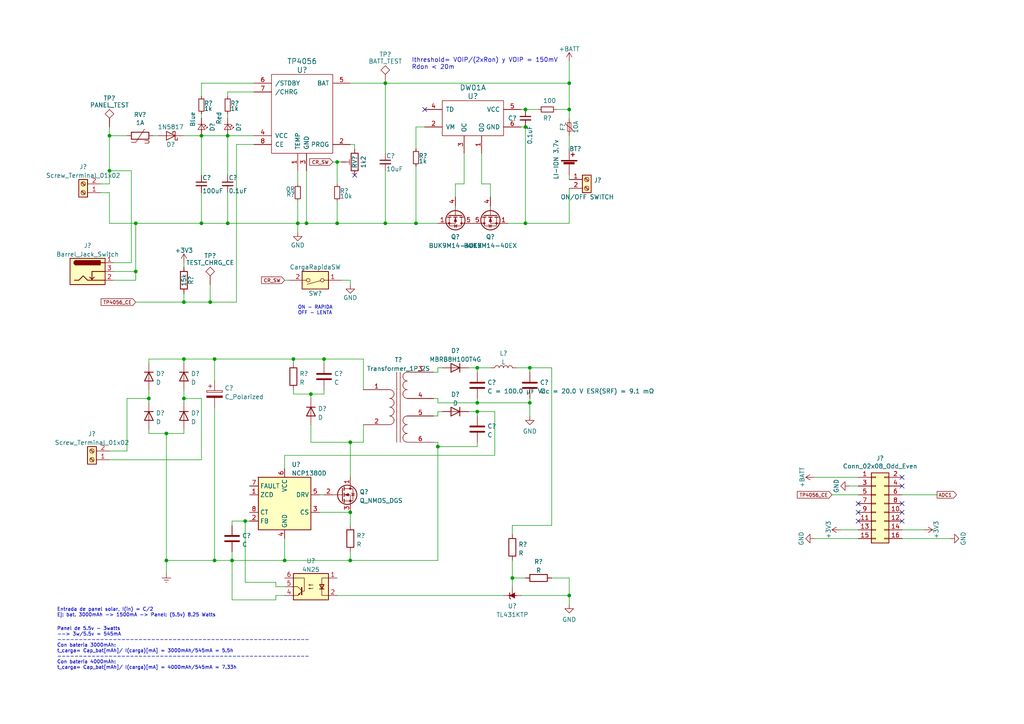
<source format=kicad_sch>
(kicad_sch (version 20211123) (generator eeschema)
  (paper "A4")
  (lib_symbols
    (symbol "Connector:Barrel_Jack_Switch" (pin_names hide)
      (property "Reference" "J" (at 0 5.334 0))
      (property "Value" "Barrel_Jack_Switch" (at 0 -5.08 0))
      (symbol "Barrel_Jack_Switch_1_1"
        (pin passive line (at 7.62 2.54 180) (length 2.54) (name "~") (number "1"))
        (pin passive line (at 7.62 -2.54 180) (length 2.54) (name "~") (number "2"))
        (pin passive line (at 7.62 0 180) (length 2.54) (name "~") (number "3"))
      )
    )
    (symbol "Connector:Screw_Terminal_01x02" (pin_names (offset 1.016) hide)
      (property "Reference" "J" (at 0 2.54 0))
      (property "Value" "Screw_Terminal_01x02" (at 0 -5.08 0))
      (symbol "Screw_Terminal_01x02_1_1"
        (pin passive line (at -5.08 0 0) (length 3.81) (name "Pin_1") (number "1"))
        (pin passive line (at -5.08 -2.54 0) (length 3.81) (name "Pin_2") (number "2"))
      )
    )
    (symbol "Connector_Generic:Conn_02x08_Odd_Even" (pin_names (offset 1.016) hide)
      (property "Reference" "J" (at 1.27 10.16 0))
      (property "Value" "Conn_02x08_Odd_Even" (at 1.27 -12.7 0))
      (symbol "Conn_02x08_Odd_Even_1_1"
        (pin passive line (at -5.08 7.62 0) (length 3.81) (name "Pin_1") (number "1"))
        (pin passive line (at 7.62 -2.54 180) (length 3.81) (name "Pin_10") (number "10"))
        (pin passive line (at -5.08 -5.08 0) (length 3.81) (name "Pin_11") (number "11"))
        (pin passive line (at 7.62 -5.08 180) (length 3.81) (name "Pin_12") (number "12"))
        (pin passive line (at -5.08 -7.62 0) (length 3.81) (name "Pin_13") (number "13"))
        (pin passive line (at 7.62 -7.62 180) (length 3.81) (name "Pin_14") (number "14"))
        (pin passive line (at -5.08 -10.16 0) (length 3.81) (name "Pin_15") (number "15"))
        (pin passive line (at 7.62 -10.16 180) (length 3.81) (name "Pin_16") (number "16"))
        (pin passive line (at 7.62 7.62 180) (length 3.81) (name "Pin_2") (number "2"))
        (pin passive line (at -5.08 5.08 0) (length 3.81) (name "Pin_3") (number "3"))
        (pin passive line (at 7.62 5.08 180) (length 3.81) (name "Pin_4") (number "4"))
        (pin passive line (at -5.08 2.54 0) (length 3.81) (name "Pin_5") (number "5"))
        (pin passive line (at 7.62 2.54 180) (length 3.81) (name "Pin_6") (number "6"))
        (pin passive line (at -5.08 0 0) (length 3.81) (name "Pin_7") (number "7"))
        (pin passive line (at 7.62 0 180) (length 3.81) (name "Pin_8") (number "8"))
        (pin passive line (at -5.08 -2.54 0) (length 3.81) (name "Pin_9") (number "9"))
      )
    )
    (symbol "Device:C" (pin_numbers hide) (pin_names (offset 0.254))
      (property "Reference" "C" (at 0.635 2.54 0))
      (property "Value" "C" (at 0.635 -2.54 0))
      (symbol "C_1_1"
        (pin passive line (at 0 3.81 270) (length 2.794) (name "~") (number "1"))
        (pin passive line (at 0 -3.81 90) (length 2.794) (name "~") (number "2"))
      )
    )
    (symbol "Device:C_Polarized" (pin_numbers hide) (pin_names (offset 0.254))
      (property "Reference" "C" (at 0.635 2.54 0))
      (property "Value" "C_Polarized" (at 0.635 -2.54 0))
      (symbol "C_Polarized_1_1"
        (pin passive line (at 0 3.81 270) (length 2.794) (name "~") (number "1"))
        (pin passive line (at 0 -3.81 90) (length 2.794) (name "~") (number "2"))
      )
    )
    (symbol "Device:D" (pin_numbers hide) (pin_names (offset 1.016) hide)
      (property "Reference" "D" (at 0 2.54 0))
      (property "Value" "D" (at 0 -2.54 0))
      (symbol "D_1_1"
        (pin passive line (at -3.81 0 0) (length 2.54) (name "K") (number "1"))
        (pin passive line (at 3.81 0 180) (length 2.54) (name "A") (number "2"))
      )
    )
    (symbol "Device:L" (pin_numbers hide) (pin_names (offset 1.016) hide)
      (property "Reference" "L" (at -1.27 0 90))
      (property "Value" "L" (at 1.905 0 90))
      (symbol "L_1_1"
        (pin passive line (at 0 3.81 270) (length 1.27) (name "1") (number "1"))
        (pin passive line (at 0 -3.81 90) (length 1.27) (name "2") (number "2"))
      )
    )
    (symbol "Device:Q_NMOS_DGS" (pin_names (offset 0) hide)
      (property "Reference" "Q" (at 5.08 1.27 0))
      (property "Value" "Q_NMOS_DGS" (at 5.08 -1.27 0))
      (symbol "Q_NMOS_DGS_1_1"
        (pin passive line (at 2.54 5.08 270) (length 2.54) (name "D") (number "1"))
        (pin input line (at -5.08 0 0) (length 2.54) (name "G") (number "2"))
        (pin passive line (at 2.54 -5.08 90) (length 2.54) (name "S") (number "3"))
      )
    )
    (symbol "Device:R" (pin_numbers hide) (pin_names (offset 0))
      (property "Reference" "R" (at 2.032 0 90))
      (property "Value" "R" (at 0 0 90))
      (symbol "R_1_1"
        (pin passive line (at 0 3.81 270) (length 1.27) (name "~") (number "1"))
        (pin passive line (at 0 -3.81 90) (length 1.27) (name "~") (number "2"))
      )
    )
    (symbol "Device:Transformer_1P_2S" (pin_names (offset 1.016) hide)
      (property "Reference" "T" (at 0 12.7 0))
      (property "Value" "Transformer_1P_2S" (at 0 -12.7 0))
      (symbol "Transformer_1P_2S_1_1"
        (pin passive line (at -10.16 5.08 0) (length 7.62) (name "AA") (number "1"))
        (pin passive line (at -10.16 -5.08 0) (length 7.62) (name "AB") (number "2"))
        (pin passive line (at 10.16 10.16 180) (length 7.62) (name "SA") (number "3"))
        (pin passive line (at 10.16 2.54 180) (length 7.62) (name "SB") (number "4"))
        (pin passive line (at 10.16 -2.54 180) (length 7.62) (name "SC") (number "5"))
        (pin passive line (at 10.16 -10.16 180) (length 7.62) (name "SD") (number "6"))
      )
    )
    (symbol "Device:Varistor" (pin_numbers hide) (pin_names (offset 0))
      (property "Reference" "RV" (at 3.175 0 90))
      (property "Value" "Varistor" (at -3.175 0 90))
      (symbol "Varistor_0_0"
        (text "U" (at -1.778 -2.032 0) (effects (font (size 1.27 1.27))))
      )
      (symbol "Varistor_1_1"
        (pin passive line (at 0 3.81 270) (length 1.27) (name "~") (number "1"))
        (pin passive line (at 0 -3.81 90) (length 1.27) (name "~") (number "2"))
      )
    )
    (symbol "Isolator:4N25" (pin_names (offset 1.016))
      (property "Reference" "U" (at -5.08 5.08 0))
      (property "Value" "4N25" (at 0 5.08 0))
      (symbol "4N25_1_1"
        (pin passive line (at -7.62 2.54 0) (length 2.54) (name "~") (number "1"))
        (pin passive line (at -7.62 -2.54 0) (length 2.54) (name "~") (number "2"))
        (pin no_connect line (at -5.08 0 0) (length 2.54) hide (name "NC") (number "3"))
        (pin passive line (at 7.62 -2.54 180) (length 2.54) (name "~") (number "4"))
        (pin passive line (at 7.62 0 180) (length 2.54) (name "~") (number "5"))
        (pin passive line (at 7.62 2.54 180) (length 2.54) (name "~") (number "6"))
      )
    )
    (symbol "MainBoard-Expansion3-PSupply-rescue:+3.3V-power" (power) (pin_names (offset 0))
      (property "Value" "+3.3V-power" (at 0 3.556 0))
      (symbol "+3.3V-power_1_1"
        (pin power_in line (at 0 0 90) (length 0) hide (name "+3V3") (number "1"))
      )
    )
    (symbol "MainBoard-Expansion3-PSupply-rescue:Battery_Cell-MainBoard-Expansion3-PSupply-rescue" (pin_numbers hide) (pin_names (offset 0) hide)
      (property "Reference" "BT" (at 2.54 2.54 0))
      (property "Value" "Battery_Cell-MainBoard-Expansion3-PSupply-rescue" (at 2.54 0 0))
      (symbol "Battery_Cell-MainBoard-Expansion3-PSupply-rescue_1_1"
        (pin passive line (at 0 5.08 270) (length 2.54) (name "+") (number "1"))
        (pin passive line (at 0 -2.54 90) (length 2.54) (name "-") (number "2"))
      )
    )
    (symbol "MainBoard-Expansion3-PSupply-rescue:C_Small-MainBoard-Expansion3-PSupply-rescue" (pin_numbers hide) (pin_names (offset 0.254) hide)
      (property "Reference" "C" (at 0.254 1.778 0))
      (property "Value" "C_Small-MainBoard-Expansion3-PSupply-rescue" (at 0.254 -2.032 0))
      (symbol "C_Small-MainBoard-Expansion3-PSupply-rescue_1_1"
        (pin passive line (at 0 2.54 270) (length 2.032) (name "~") (number "1"))
        (pin passive line (at 0 -2.54 90) (length 2.032) (name "~") (number "2"))
      )
    )
    (symbol "MainBoard-Expansion3-PSupply-rescue:DW01A-dw01a" (pin_names (offset 1.016))
      (property "Reference" "U" (at 0 6.35 0))
      (property "Value" "DW01A-dw01a" (at 0 8.89 0))
      (symbol "DW01A-dw01a_1_1"
        (pin input line (at 2.54 -10.16 90) (length 5.08) (name "OD") (number "1"))
        (pin input line (at -13.97 -2.54 0) (length 5.08) (name "VM") (number "2"))
        (pin input line (at -2.54 -10.16 90) (length 5.08) (name "OC") (number "3"))
        (pin input line (at -13.97 2.54 0) (length 5.08) (name "TD") (number "4"))
        (pin input line (at 13.97 2.54 180) (length 5.08) (name "VCC") (number "5"))
        (pin input line (at 13.97 -2.54 180) (length 5.08) (name "GND") (number "6"))
      )
    )
    (symbol "MainBoard-Expansion3-PSupply-rescue:D_Schottky-MainBoard-Expansion3-PSupply-rescue" (pin_numbers hide) (pin_names (offset 1.016) hide)
      (property "Reference" "D" (at 0 2.54 0))
      (property "Value" "D_Schottky-MainBoard-Expansion3-PSupply-rescue" (at 0 -2.54 0))
      (symbol "D_Schottky-MainBoard-Expansion3-PSupply-rescue_1_1"
        (pin passive line (at -3.81 0 0) (length 2.54) (name "K") (number "1"))
        (pin passive line (at 3.81 0 180) (length 2.54) (name "A") (number "2"))
      )
    )
    (symbol "MainBoard-Expansion3-PSupply-rescue:LED_Small-MainBoard-Expansion3-PSupply-rescue" (pin_numbers hide) (pin_names (offset 0.254) hide)
      (property "Reference" "D" (at -1.27 3.175 0))
      (property "Value" "LED_Small-MainBoard-Expansion3-PSupply-rescue" (at -4.445 -2.54 0))
      (symbol "LED_Small-MainBoard-Expansion3-PSupply-rescue_1_1"
        (pin passive line (at -2.54 0 0) (length 1.778) (name "K") (number "1"))
        (pin passive line (at 2.54 0 180) (length 1.778) (name "A") (number "2"))
      )
    )
    (symbol "MainBoard-Expansion3-PSupply-rescue:POT_TRIM-MainBoard-Expansion3-PSupply-rescue" (pin_numbers hide) (pin_names (offset 1.016) hide)
      (property "Reference" "RV" (at -4.445 0 90))
      (property "Value" "POT_TRIM-MainBoard-Expansion3-PSupply-rescue" (at -2.54 0 90))
      (symbol "POT_TRIM-MainBoard-Expansion3-PSupply-rescue_1_1"
        (pin passive line (at 0 3.81 270) (length 1.27) (name "1") (number "1"))
        (pin passive line (at 3.81 0 180) (length 1.27) (name "2") (number "2"))
        (pin passive line (at 0 -3.81 90) (length 1.27) (name "3") (number "3"))
      )
    )
    (symbol "MainBoard-Expansion3-PSupply-rescue:Polyfuse_Small-MainBoard-Expansion3-PSupply-rescue" (pin_numbers hide) (pin_names (offset 0))
      (property "Reference" "F" (at -1.905 0 90))
      (property "Value" "Polyfuse_Small-MainBoard-Expansion3-PSupply-rescue" (at 1.905 0 90))
      (symbol "Polyfuse_Small-MainBoard-Expansion3-PSupply-rescue_1_1"
        (pin passive line (at 0 2.54 270) (length 0.635) (name "~") (number "1"))
        (pin passive line (at 0 -2.54 90) (length 0.635) (name "~") (number "2"))
      )
    )
    (symbol "MainBoard-Expansion3-PSupply-rescue:R-MainBoard-Expansion3-PSupply-rescue" (pin_numbers hide) (pin_names (offset 0))
      (property "Reference" "R" (at 2.032 0 90))
      (property "Value" "R-MainBoard-Expansion3-PSupply-rescue" (at 0 0 90))
      (symbol "R-MainBoard-Expansion3-PSupply-rescue_1_1"
        (pin passive line (at 0 3.81 270) (length 1.27) (name "~") (number "1"))
        (pin passive line (at 0 -3.81 90) (length 1.27) (name "~") (number "2"))
      )
    )
    (symbol "MainBoard-Expansion3-PSupply-rescue:R_Small-MainBoard-Expansion3-PSupply-rescue" (pin_numbers hide) (pin_names (offset 0.254) hide)
      (property "Reference" "R" (at 0.762 0.508 0))
      (property "Value" "R_Small-MainBoard-Expansion3-PSupply-rescue" (at 0.762 -1.016 0))
      (symbol "R_Small-MainBoard-Expansion3-PSupply-rescue_1_1"
        (pin passive line (at 0 2.54 270) (length 0.762) (name "~") (number "1"))
        (pin passive line (at 0 -2.54 90) (length 0.762) (name "~") (number "2"))
      )
    )
    (symbol "MainBoard-Expansion3-PSupply-rescue:SW_DIP_x01-MainBoard-Expansion3-PSupply-rescue" (pin_names (offset 0) hide)
      (property "Reference" "SW" (at 0 3.81 0))
      (property "Value" "SW_DIP_x01-MainBoard-Expansion3-PSupply-rescue" (at 0 -3.81 0))
      (symbol "SW_DIP_x01-MainBoard-Expansion3-PSupply-rescue_1_1"
        (pin passive line (at -7.62 0 0) (length 5.08) (name "~") (number "1"))
        (pin passive line (at 7.62 0 180) (length 5.08) (name "~") (number "2"))
      )
    )
    (symbol "MainBoard-Expansion3-PSupply-rescue:TEST-MainBoard-Expansion3-PSupply-rescue" (pin_numbers hide) (pin_names (offset 1.016) hide)
      (property "Reference" "TP" (at 0 7.62 0))
      (property "Value" "TEST-MainBoard-Expansion3-PSupply-rescue" (at 0 6.35 0))
      (symbol "TEST-MainBoard-Expansion3-PSupply-rescue_1_1"
        (pin passive line (at 0 0 90) (length 2.54) (name "~") (number "1"))
      )
    )
    (symbol "MainBoard-Expansion3-PSupply-rescue:TP4056-tp4056" (pin_names (offset 1.016))
      (property "Reference" "U" (at 0 17.78 0))
      (property "Value" "TP4056-tp4056" (at 0 20.32 0))
      (symbol "TP4056-tp4056_1_1"
        (pin input line (at -1.27 -11.43 90) (length 5.08) (name "TEMP") (number "1"))
        (pin input line (at 13.97 -3.81 180) (length 5.08) (name "PROG") (number "2"))
        (pin input line (at 1.27 -11.43 90) (length 5.08) (name "GND") (number "3"))
        (pin input line (at -13.97 -1.27 0) (length 5.08) (name "VCC") (number "4"))
        (pin input line (at 13.97 13.97 180) (length 5.08) (name "BAT") (number "5"))
        (pin input line (at -13.97 13.97 0) (length 5.08) (name "/STDBY") (number "6"))
        (pin input line (at -13.97 11.43 0) (length 5.08) (name "/CHRG") (number "7"))
        (pin input line (at -13.97 -3.81 0) (length 5.08) (name "CE") (number "8"))
      )
    )
    (symbol "Reference_Voltage:TL431KTP" (pin_numbers hide) (pin_names hide)
      (property "Reference" "U" (at -2.54 2.54 0))
      (property "Value" "TL431KTP" (at 0 -2.54 0))
      (symbol "TL431KTP_1_1"
        (pin passive line (at 0 2.54 270) (length 2.54) (name "REF") (number "1"))
        (pin passive line (at -2.54 0 0) (length 2.54) (name "A") (number "2"))
        (pin passive line (at 2.54 0 180) (length 2.54) (name "K") (number "3"))
      )
    )
    (symbol "Regulator_Controller:NCP1380D"
      (property "Reference" "U" (at -7.62 8.89 0))
      (property "Value" "NCP1380D" (at 1.27 8.89 0))
      (symbol "NCP1380D_1_1"
        (pin input line (at -10.16 2.54 0) (length 2.54) (name "ZCD") (number "1"))
        (pin input line (at -10.16 -5.08 0) (length 2.54) (name "FB") (number "2"))
        (pin input line (at 10.16 -2.54 180) (length 2.54) (name "CS") (number "3"))
        (pin power_in line (at 0 -10.16 90) (length 2.54) (name "GND") (number "4"))
        (pin output line (at 10.16 2.54 180) (length 2.54) (name "DRV") (number "5"))
        (pin power_in line (at 0 10.16 270) (length 2.54) (name "VCC") (number "6"))
        (pin input line (at -10.16 5.08 0) (length 2.54) (name "FAULT") (number "7"))
        (pin passive line (at -10.16 -2.54 0) (length 2.54) (name "CT") (number "8"))
      )
    )
    (symbol "Transistor_FET:BUK9M14-40EX" (pin_names hide)
      (property "Reference" "Q" (at 5.08 1.905 0))
      (property "Value" "BUK9M14-40EX" (at 5.08 0 0))
      (symbol "BUK9M14-40EX_1_1"
        (pin passive line (at 2.54 -5.08 90) (length 2.54) (name "S") (number "1"))
        (pin passive line (at 2.54 -5.08 90) (length 2.54) hide (name "S") (number "2"))
        (pin passive line (at 2.54 -5.08 90) (length 2.54) hide (name "S") (number "3"))
        (pin passive line (at -5.08 0 0) (length 2.54) (name "G") (number "4"))
        (pin passive line (at 2.54 5.08 270) (length 2.54) (name "D") (number "5"))
      )
    )
    (symbol "power:+BATT" (power) (pin_names (offset 0))
      (property "Value" "+BATT" (at 0 3.556 0))
      (symbol "+BATT_1_1"
        (pin power_in line (at 0 0 90) (length 0) hide (name "+BATT") (number "1"))
      )
    )
    (symbol "power:Earth" (power) (pin_names (offset 0))
      (symbol "Earth_1_1"
        (pin power_in line (at 0 0 270) (length 0) hide (name "Earth") (number "1"))
      )
    )
    (symbol "power:GND" (power) (pin_names (offset 0))
      (property "Value" "GND" (at 0 -3.81 0))
      (symbol "GND_1_1"
        (pin power_in line (at 0 0 270) (length 0) hide (name "GND") (number "1"))
      )
    )
  )
  (junction (at 152.4 36.83))
  (junction (at 82.55 162.56))
  (junction (at 101.6 148.59))
  (junction (at 120.65 64.77))
  (junction (at 58.42 39.37))
  (junction (at 101.6 128.27))
  (junction (at 138.43 116.84))
  (junction (at 138.43 119.38))
  (junction (at 62.23 104.14))
  (junction (at 97.79 46.99))
  (junction (at 165.1 31.75))
  (junction (at 127 129.54))
  (junction (at 62.23 162.56))
  (junction (at 152.4 31.75))
  (junction (at 152.4 64.77))
  (junction (at 97.79 64.77))
  (junction (at 31.75 49.53))
  (junction (at 71.12 151.13))
  (junction (at 165.1 24.13))
  (junction (at 53.34 87.63))
  (junction (at 53.34 104.14))
  (junction (at 86.36 64.77))
  (junction (at 138.43 106.68))
  (junction (at 60.96 87.63))
  (junction (at 43.18 115.57))
  (junction (at 66.04 39.37))
  (junction (at 39.37 78.74))
  (junction (at 88.9 64.77))
  (junction (at 48.26 162.56))
  (junction (at 165.1 172.72))
  (junction (at 85.09 104.14))
  (junction (at 53.34 115.57))
  (junction (at 148.59 167.64))
  (junction (at 90.17 114.3))
  (junction (at 153.67 106.68))
  (junction (at 58.42 64.77))
  (junction (at 111.76 24.13))
  (junction (at 66.04 64.77))
  (junction (at 111.76 64.77))
  (junction (at 39.37 64.77))
  (junction (at 48.26 125.73))
  (junction (at 93.98 104.14))
  (junction (at 153.67 116.84))
  (junction (at 101.6 162.56))
  (junction (at 67.31 162.56))
  (junction (at 31.75 39.37))
  (no_connect (at 102.87 50.8))
  (no_connect (at 248.92 148.59))
  (no_connect (at 248.92 151.13))
  (no_connect (at 261.62 138.43))
  (no_connect (at 261.62 140.97))
  (no_connect (at 261.62 151.13))
  (no_connect (at 248.92 146.05))
  (no_connect (at 261.62 146.05))
  (no_connect (at 261.62 148.59))
  (no_connect (at 123.19 31.75))
  (wire (pts (xy 120.65 36.83) (xy 120.65 43.18)))
  (wire (pts (xy 82.55 162.56) (xy 101.6 162.56)))
  (wire (pts (xy 125.73 120.65) (xy 127 120.65)))
  (wire (pts (xy 67.31 151.13) (xy 67.31 152.4)))
  (wire (pts (xy 127 128.27) (xy 125.73 128.27)))
  (wire (pts (xy 147.32 64.77) (xy 152.4 64.77)))
  (wire (pts (xy 97.79 172.72) (xy 146.05 172.72)))
  (wire (pts (xy 86.36 58.42) (xy 86.36 64.77)))
  (wire (pts (xy 248.92 138.43) (xy 236.22 138.43)))
  (wire (pts (xy 111.76 44.45) (xy 111.76 24.13)))
  (wire (pts (xy 127 107.95) (xy 127 106.68)))
  (wire (pts (xy 165.1 39.37) (xy 165.1 43.18)))
  (wire (pts (xy 153.67 116.84) (xy 153.67 120.65)))
  (wire (pts (xy 151.13 172.72) (xy 165.1 172.72)))
  (wire (pts (xy 53.34 76.2) (xy 53.34 77.47)))
  (wire (pts (xy 58.42 24.13) (xy 58.42 27.94)))
  (wire (pts (xy 86.36 49.53) (xy 86.36 53.34)))
  (wire (pts (xy 62.23 162.56) (xy 67.31 162.56)))
  (wire (pts (xy 68.58 41.91) (xy 73.66 41.91)))
  (wire (pts (xy 86.36 64.77) (xy 88.9 64.77)))
  (wire (pts (xy 38.1 49.53) (xy 38.1 76.2)))
  (wire (pts (xy 151.13 31.75) (xy 152.4 31.75)))
  (wire (pts (xy 111.76 49.53) (xy 111.76 64.77)))
  (wire (pts (xy 127 128.27) (xy 127 129.54)))
  (wire (pts (xy 71.12 168.91) (xy 80.01 168.91)))
  (wire (pts (xy 85.09 113.03) (xy 85.09 114.3)))
  (wire (pts (xy 82.55 135.89) (xy 82.55 132.08)))
  (wire (pts (xy 127 119.38) (xy 128.27 119.38)))
  (wire (pts (xy 68.58 87.63) (xy 68.58 41.91)))
  (wire (pts (xy 48.26 162.56) (xy 48.26 166.37)))
  (wire (pts (xy 127 129.54) (xy 138.43 129.54)))
  (wire (pts (xy 165.1 50.8) (xy 165.1 52.07)))
  (wire (pts (xy 43.18 115.57) (xy 43.18 116.84)))
  (wire (pts (xy 101.6 24.13) (xy 111.76 24.13)))
  (wire (pts (xy 127 116.84) (xy 138.43 116.84)))
  (wire (pts (xy 58.42 64.77) (xy 66.04 64.77)))
  (wire (pts (xy 148.59 167.64) (xy 152.4 167.64)))
  (wire (pts (xy 138.43 129.54) (xy 138.43 128.27)))
  (wire (pts (xy 60.96 87.63) (xy 68.58 87.63)))
  (wire (pts (xy 101.6 128.27) (xy 90.17 128.27)))
  (wire (pts (xy 48.26 125.73) (xy 48.26 162.56)))
  (wire (pts (xy 93.98 104.14) (xy 105.41 104.14)))
  (wire (pts (xy 67.31 173.99) (xy 80.01 173.99)))
  (wire (pts (xy 66.04 39.37) (xy 73.66 39.37)))
  (wire (pts (xy 152.4 36.83) (xy 152.4 64.77)))
  (wire (pts (xy 53.34 39.37) (xy 58.42 39.37)))
  (wire (pts (xy 97.79 46.99) (xy 97.79 53.34)))
  (wire (pts (xy 53.34 125.73) (xy 53.34 124.46)))
  (wire (pts (xy 120.65 64.77) (xy 120.65 48.26)))
  (wire (pts (xy 62.23 104.14) (xy 53.34 104.14)))
  (wire (pts (xy 82.55 172.72) (xy 80.01 172.72)))
  (wire (pts (xy 120.65 64.77) (xy 127 64.77)))
  (wire (pts (xy 39.37 87.63) (xy 53.34 87.63)))
  (wire (pts (xy 165.1 31.75) (xy 165.1 34.29)))
  (wire (pts (xy 139.7 44.45) (xy 139.7 53.34)))
  (wire (pts (xy 101.6 148.59) (xy 101.6 152.4)))
  (wire (pts (xy 248.92 140.97) (xy 246.38 140.97)))
  (wire (pts (xy 134.62 44.45) (xy 134.62 53.34)))
  (wire (pts (xy 85.09 104.14) (xy 85.09 105.41)))
  (wire (pts (xy 148.59 167.64) (xy 148.59 170.18)))
  (wire (pts (xy 90.17 128.27) (xy 90.17 123.19)))
  (wire (pts (xy 39.37 64.77) (xy 39.37 78.74)))
  (wire (pts (xy 165.1 17.78) (xy 165.1 24.13)))
  (wire (pts (xy 53.34 87.63) (xy 60.96 87.63)))
  (wire (pts (xy 243.84 153.67) (xy 248.92 153.67)))
  (wire (pts (xy 80.01 168.91) (xy 80.01 170.18)))
  (wire (pts (xy 148.59 152.4) (xy 148.59 154.94)))
  (wire (pts (xy 66.04 64.77) (xy 66.04 55.88)))
  (wire (pts (xy 71.12 151.13) (xy 71.12 168.91)))
  (wire (pts (xy 88.9 49.53) (xy 88.9 64.77)))
  (wire (pts (xy 86.36 64.77) (xy 86.36 67.31)))
  (wire (pts (xy 31.75 53.34) (xy 29.21 53.34)))
  (wire (pts (xy 123.19 36.83) (xy 120.65 36.83)))
  (wire (pts (xy 101.6 128.27) (xy 105.41 128.27)))
  (wire (pts (xy 53.34 113.03) (xy 53.34 115.57)))
  (wire (pts (xy 165.1 54.61) (xy 165.1 64.77)))
  (wire (pts (xy 73.66 26.67) (xy 66.04 26.67)))
  (wire (pts (xy 143.51 119.38) (xy 138.43 119.38)))
  (wire (pts (xy 53.34 85.09) (xy 53.34 87.63)))
  (wire (pts (xy 92.71 148.59) (xy 101.6 148.59)))
  (wire (pts (xy 152.4 31.75) (xy 156.21 31.75)))
  (wire (pts (xy 62.23 104.14) (xy 85.09 104.14)))
  (wire (pts (xy 38.1 49.53) (xy 31.75 49.53)))
  (wire (pts (xy 66.04 64.77) (xy 86.36 64.77)))
  (wire (pts (xy 31.75 49.53) (xy 31.75 53.34)))
  (wire (pts (xy 275.59 156.21) (xy 261.62 156.21)))
  (wire (pts (xy 153.67 106.68) (xy 160.02 106.68)))
  (wire (pts (xy 125.73 115.57) (xy 127 115.57)))
  (wire (pts (xy 92.71 143.51) (xy 93.98 143.51)))
  (wire (pts (xy 153.67 106.68) (xy 153.67 107.95)))
  (wire (pts (xy 139.7 53.34) (xy 142.24 53.34)))
  (wire (pts (xy 125.73 107.95) (xy 127 107.95)))
  (wire (pts (xy 148.59 162.56) (xy 148.59 167.64)))
  (wire (pts (xy 48.26 125.73) (xy 53.34 125.73)))
  (wire (pts (xy 83.82 81.28) (xy 82.55 81.28)))
  (wire (pts (xy 48.26 162.56) (xy 62.23 162.56)))
  (wire (pts (xy 153.67 115.57) (xy 153.67 116.84)))
  (wire (pts (xy 143.51 132.08) (xy 143.51 119.38)))
  (wire (pts (xy 43.18 104.14) (xy 53.34 104.14)))
  (wire (pts (xy 31.75 55.88) (xy 31.75 64.77)))
  (wire (pts (xy 29.21 55.88) (xy 31.75 55.88)))
  (wire (pts (xy 31.75 130.81) (xy 36.83 130.81)))
  (wire (pts (xy 45.72 39.37) (xy 44.45 39.37)))
  (wire (pts (xy 160.02 106.68) (xy 160.02 152.4)))
  (wire (pts (xy 248.92 143.51) (xy 241.3 143.51)))
  (wire (pts (xy 88.9 64.77) (xy 97.79 64.77)))
  (wire (pts (xy 97.79 64.77) (xy 111.76 64.77)))
  (wire (pts (xy 43.18 105.41) (xy 43.18 104.14)))
  (wire (pts (xy 165.1 172.72) (xy 165.1 175.26)))
  (wire (pts (xy 96.52 46.99) (xy 97.79 46.99)))
  (wire (pts (xy 62.23 118.11) (xy 62.23 162.56)))
  (wire (pts (xy 102.87 41.91) (xy 101.6 41.91)))
  (wire (pts (xy 58.42 39.37) (xy 66.04 39.37)))
  (wire (pts (xy 43.18 113.03) (xy 43.18 115.57)))
  (wire (pts (xy 149.86 106.68) (xy 153.67 106.68)))
  (wire (pts (xy 138.43 106.68) (xy 142.24 106.68)))
  (wire (pts (xy 127 120.65) (xy 127 119.38)))
  (wire (pts (xy 99.06 81.28) (xy 101.6 81.28)))
  (wire (pts (xy 111.76 24.13) (xy 165.1 24.13)))
  (wire (pts (xy 33.02 81.28) (xy 39.37 81.28)))
  (wire (pts (xy 53.34 115.57) (xy 53.34 116.84)))
  (wire (pts (xy 165.1 172.72) (xy 165.1 167.64)))
  (wire (pts (xy 152.4 36.83) (xy 151.13 36.83)))
  (wire (pts (xy 135.89 106.68) (xy 138.43 106.68)))
  (wire (pts (xy 138.43 119.38) (xy 135.89 119.38)))
  (wire (pts (xy 67.31 162.56) (xy 82.55 162.56)))
  (wire (pts (xy 67.31 160.02) (xy 67.31 162.56)))
  (wire (pts (xy 66.04 39.37) (xy 66.04 50.8)))
  (wire (pts (xy 31.75 133.35) (xy 58.42 133.35)))
  (wire (pts (xy 127 115.57) (xy 127 116.84)))
  (wire (pts (xy 31.75 39.37) (xy 36.83 39.37)))
  (wire (pts (xy 43.18 125.73) (xy 48.26 125.73)))
  (wire (pts (xy 53.34 104.14) (xy 53.34 105.41)))
  (wire (pts (xy 71.12 151.13) (xy 67.31 151.13)))
  (wire (pts (xy 82.55 156.21) (xy 82.55 162.56)))
  (wire (pts (xy 105.41 128.27) (xy 105.41 123.19)))
  (wire (pts (xy 152.4 64.77) (xy 165.1 64.77)))
  (wire (pts (xy 58.42 133.35) (xy 58.42 115.57)))
  (wire (pts (xy 138.43 106.68) (xy 138.43 107.95)))
  (wire (pts (xy 82.55 132.08) (xy 143.51 132.08)))
  (wire (pts (xy 105.41 113.03) (xy 105.41 104.14)))
  (wire (pts (xy 134.62 53.34) (xy 132.08 53.34)))
  (wire (pts (xy 85.09 114.3) (xy 90.17 114.3)))
  (wire (pts (xy 67.31 162.56) (xy 67.31 173.99)))
  (wire (pts (xy 90.17 114.3) (xy 93.98 114.3)))
  (wire (pts (xy 39.37 64.77) (xy 58.42 64.77)))
  (wire (pts (xy 127 106.68) (xy 128.27 106.68)))
  (wire (pts (xy 72.39 151.13) (xy 71.12 151.13)))
  (wire (pts (xy 267.97 153.67) (xy 261.62 153.67)))
  (wire (pts (xy 132.08 53.34) (xy 132.08 57.15)))
  (wire (pts (xy 31.75 64.77) (xy 39.37 64.77)))
  (wire (pts (xy 142.24 53.34) (xy 142.24 57.15)))
  (wire (pts (xy 60.96 82.55) (xy 60.96 87.63)))
  (wire (pts (xy 127 162.56) (xy 127 129.54)))
  (wire (pts (xy 80.01 170.18) (xy 82.55 170.18)))
  (wire (pts (xy 43.18 124.46) (xy 43.18 125.73)))
  (wire (pts (xy 101.6 81.28) (xy 101.6 82.55)))
  (wire (pts (xy 58.42 55.88) (xy 58.42 64.77)))
  (wire (pts (xy 101.6 128.27) (xy 101.6 138.43)))
  (wire (pts (xy 101.6 160.02) (xy 101.6 162.56)))
  (wire (pts (xy 271.78 143.51) (xy 261.62 143.51)))
  (wire (pts (xy 138.43 116.84) (xy 153.67 116.84)))
  (wire (pts (xy 62.23 110.49) (xy 62.23 104.14)))
  (wire (pts (xy 97.79 58.42) (xy 97.79 64.77)))
  (wire (pts (xy 85.09 104.14) (xy 93.98 104.14)))
  (wire (pts (xy 93.98 114.3) (xy 93.98 113.03)))
  (wire (pts (xy 138.43 116.84) (xy 138.43 115.57)))
  (wire (pts (xy 39.37 81.28) (xy 39.37 78.74)))
  (wire (pts (xy 160.02 152.4) (xy 148.59 152.4)))
  (wire (pts (xy 36.83 130.81) (xy 36.83 115.57)))
  (wire (pts (xy 101.6 162.56) (xy 127 162.56)))
  (wire (pts (xy 138.43 120.65) (xy 138.43 119.38)))
  (wire (pts (xy 161.29 31.75) (xy 165.1 31.75)))
  (wire (pts (xy 38.1 76.2) (xy 33.02 76.2)))
  (wire (pts (xy 165.1 167.64) (xy 160.02 167.64)))
  (wire (pts (xy 66.04 33.02) (xy 66.04 34.29)))
  (wire (pts (xy 58.42 115.57) (xy 53.34 115.57)))
  (wire (pts (xy 39.37 78.74) (xy 33.02 78.74)))
  (wire (pts (xy 36.83 115.57) (xy 43.18 115.57)))
  (wire (pts (xy 165.1 24.13) (xy 165.1 31.75)))
  (wire (pts (xy 102.87 41.91) (xy 102.87 43.18)))
  (wire (pts (xy 93.98 104.14) (xy 93.98 105.41)))
  (wire (pts (xy 236.22 156.21) (xy 248.92 156.21)))
  (wire (pts (xy 58.42 39.37) (xy 58.42 50.8)))
  (wire (pts (xy 58.42 33.02) (xy 58.42 34.29)))
  (wire (pts (xy 80.01 172.72) (xy 80.01 173.99)))
  (wire (pts (xy 97.79 46.99) (xy 99.06 46.99)))
  (wire (pts (xy 58.42 24.13) (xy 73.66 24.13)))
  (wire (pts (xy 90.17 114.3) (xy 90.17 115.57)))
  (wire (pts (xy 66.04 26.67) (xy 66.04 27.94)))
  (wire (pts (xy 31.75 36.83) (xy 31.75 39.37)))
  (wire (pts (xy 111.76 64.77) (xy 120.65 64.77)))
  (wire (pts (xy 31.75 39.37) (xy 31.75 49.53)))
  (text "ON - RAPIDA\nOFF - LENTA" (at 86.36 91.44 0) (effects (font (size 0.9906 0.9906)) (justify left bottom)))
  (text "Ithreshold= VOIP/(2xRon) y VOIP = 150mV\nRdon < 20m" (at 119.38 20.32 0) (effects (font (size 1.27 1.27)) (justify left bottom)))
  (text "Panel de 5.5v - 3watts \n--> 3w/5.5v = 545mA\n-----------------------------------------------------------\nCon bateria 3000mAh:\nt_carga= Cap_bat[mAh]/ I(carga)[mA] = 3000mAh/545mA = 5.5h\n-----------------------------------------------------------\nCon bateria 4000mAh:\nt_carga= Cap_bat[mAh]/ I(carga)[mA] = 4000mAh/545mA = 7.33h" (at 16.51 194.31 0) (effects (font (size 1 1)) (justify left bottom)))
  (text "Entrada de panel solar, I(in) = C/2\nEj: bat. 3000mAh -> 1500mA -> Panel: (5.5v) 8.25 Watts" (at 16.51 179.07 0) (effects (font (size 1 1)) (justify left bottom)))
  (global_label "ADC1" (shape output) (at 271.78 143.51 0) (effects (font (size 0.9906 0.9906))) (property "Intersheet References" "${INTERSHEET_REFS}" (effects hide)))
  (global_label "TP4056_CE" (shape input) (at 39.37 87.63 180) (effects (font (size 0.9906 0.9906))) (property "Intersheet References" "${INTERSHEET_REFS}" (effects hide)))
  (global_label "CR_SW" (shape input) (at 96.52 46.99 180) (effects (font (size 0.9906 0.9906))) (property "Intersheet References" "${INTERSHEET_REFS}" (effects hide)))
  (global_label "TP4056_CE" (shape input) (at 241.3 143.51 180) (effects (font (size 0.9906 0.9906))) (property "Intersheet References" "${INTERSHEET_REFS}" (effects hide)))
  (global_label "CR_SW" (shape input) (at 82.55 81.28 180) (effects (font (size 0.9906 0.9906))) (property "Intersheet References" "${INTERSHEET_REFS}" (effects hide)))
  (symbol (lib_id "Device:D") (at 43.18 120.65 270) (unit 1)
    (property "Reference" "D?" (at 45.212 119.8153 90) (effects (justify left)))
    (property "Value" "D" (at 45.212 122.3522 90) (effects (justify left)))
  )
  (symbol (lib_id "Connector:Screw_Terminal_01x02") (at 24.13 55.88 180) (unit 1)
    (property "Reference" "J?" (at 24.13 48.3702 0))
    (property "Value" "Screw_Terminal_01x02" (at 24.13 50.9071 0))
    (property "Footprint" "TerminalBlock:TerminalBlock_Altech_AK300-2_P5.00mm" (effects hide))
  )
  (symbol (lib_id "Device:D") (at 90.17 119.38 270) (unit 1)
    (property "Reference" "D?" (at 92.202 118.5453 90) (effects (justify left)))
    (property "Value" "D" (at 92.202 121.0822 90) (effects (justify left)))
  )
  (symbol (lib_id "MainBoard-Expansion3-PSupply-rescue:R_Small-MainBoard-Expansion3-PSupply-rescue") (at 58.42 30.48 0) (unit 1)
    (property "Reference" "R?" (at 59.182 29.972 0) (effects (justify left)))
    (property "Value" "1k" (at 59.182 31.496 0) (effects (justify left)))
    (property "Footprint" "Resistor_SMD:R_0805_2012Metric" (effects hide))
  )
  (symbol (lib_id "MainBoard-Expansion3-PSupply-rescue:C_Small-MainBoard-Expansion3-PSupply-rescue") (at 111.76 46.99 0) (unit 1)
    (property "Reference" "C?" (at 112.014 45.212 0) (effects (justify left)))
    (property "Value" "10uF" (at 112.014 49.022 0) (effects (justify left)))
    (property "Footprint" "Capacitor_THT:CP_Radial_D6.3mm_P2.50mm" (effects hide))
  )
  (symbol (lib_id "Transistor_FET:BUK9M14-40EX") (at 132.08 62.23 270) (unit 1)
    (property "Reference" "Q?" (at 132.08 68.7054 90))
    (property "Value" "BUK9M14-40EX" (at 132.08 71.2423 90))
    (property "Footprint" "Package_TO_SOT_SMD:LFPAK33" (effects hide))
    (property "Datasheet" "https://assets.nexperia.com/documents/data-sheet/BUK9M14-40E.pdf" (effects hide))
  )
  (symbol (lib_id "Device:D") (at 132.08 119.38 180) (unit 1)
    (property "Reference" "D?" (at 132.08 114.4102 0))
    (property "Value" "D" (at 132.08 116.9471 0))
  )
  (symbol (lib_id "MainBoard-Expansion3-PSupply-rescue:Polyfuse_Small-MainBoard-Expansion3-PSupply-rescue") (at 165.1 36.83 0) (unit 1)
    (property "Reference" "F?" (at 163.195 36.83 90))
    (property "Value" "10A" (at 167.005 36.83 90))
    (property "Footprint" "Fuse:Fuse_BelFuse_0ZRE0012FF_L8.3mm_W3.8mm" (effects hide))
  )
  (symbol (lib_id "Device:L") (at 146.05 106.68 90) (unit 1)
    (property "Reference" "L?" (at 146.05 102.4722 90))
    (property "Value" "L" (at 146.05 105.0091 90))
  )
  (symbol (lib_id "power:GND") (at 153.67 120.65 0) (unit 1)
    (property "Reference" "#PWR?" (effects hide))
    (property "Value" "GND" (at 153.67 125.0934 0))
  )
  (symbol (lib_id "Regulator_Controller:NCP1380D") (at 82.55 146.05 0) (unit 1)
    (property "Reference" "U?" (at 84.5694 134.7302 0) (effects (justify left)))
    (property "Value" "NCP1380D" (at 84.5694 137.2671 0) (effects (justify left)))
    (property "Footprint" "Package_SO:SOIC-8_3.9x4.9mm_P1.27mm" (effects hide))
    (property "Datasheet" "https://www.onsemi.com/pub/Collateral/NCP1380-D.PDF" (effects hide))
  )
  (symbol (lib_id "MainBoard-Expansion3-PSupply-rescue:+3.3V-power") (at 53.34 76.2 0) (unit 1)
    (property "Reference" "#PWR?" (effects hide))
    (property "Value" "+3.3V" (at 53.34 72.644 0))
  )
  (symbol (lib_id "Device:C") (at 93.98 109.22 0) (unit 1)
    (property "Reference" "C?" (at 96.901 108.3853 0) (effects (justify left)))
    (property "Value" "C" (at 96.901 110.9222 0) (effects (justify left)))
  )
  (symbol (lib_id "MainBoard-Expansion3-PSupply-rescue:Battery_Cell-MainBoard-Expansion3-PSupply-rescue") (at 165.1 48.26 0) (unit 1)
    (property "Reference" "BT?" (at 165.1 43.18 0) (effects (justify left)))
    (property "Value" "LI-ION 3.7v" (at 161.29 52.07 90) (effects (justify left)))
    (property "Footprint" "Battery:BatteryHolder_MPD_BH-18650-PC2" (effects hide))
  )
  (symbol (lib_id "power:GND") (at 275.59 156.21 90) (unit 1)
    (property "Reference" "#PWR?" (effects hide))
    (property "Value" "GND" (at 279.4 156.21 0))
  )
  (symbol (lib_id "Device:R") (at 156.21 167.64 90) (unit 1)
    (property "Reference" "R?" (at 156.21 162.9242 90))
    (property "Value" "R" (at 156.21 165.4611 90))
  )
  (symbol (lib_id "Device:R") (at 85.09 109.22 0) (unit 1)
    (property "Reference" "R?" (at 86.868 108.3853 0) (effects (justify left)))
    (property "Value" "R" (at 86.868 110.9222 0) (effects (justify left)))
  )
  (symbol (lib_id "Isolator:4N25") (at 90.17 170.18 0) (mirror y) (unit 1)
    (property "Reference" "U?" (at 90.17 162.6702 0))
    (property "Value" "4N25" (at 90.17 165.2071 0))
    (property "Footprint" "Package_DIP:DIP-6_W7.62mm" (effects hide))
    (property "Datasheet" "https://www.vishay.com/docs/83725/4n25.pdf" (effects hide))
  )
  (symbol (lib_id "Connector:Screw_Terminal_01x02") (at 170.18 52.07 0) (unit 1)
    (property "Reference" "J?" (at 172.212 52.2732 0) (effects (justify left)))
    (property "Value" "ON/OFF SWITCH" (at 162.56 57.15 0) (effects (justify left)))
    (property "Footprint" "Connector_PinHeader_2.54mm:PinHeader_1x02_P2.54mm_Vertical" (effects hide))
  )
  (symbol (lib_id "power:GND") (at 86.36 67.31 0) (unit 1)
    (property "Reference" "#PWR?" (effects hide))
    (property "Value" "GND" (at 86.36 71.12 0))
  )
  (symbol (lib_id "Device:C") (at 138.43 111.76 0) (unit 1)
    (property "Reference" "C?" (at 141.351 110.9253 0) (effects (justify left)))
    (property "Value" "C = 100.0 μF Vdc = 20.0 V ESR(SRF) = 9.1 mΩ" (at 141.351 113.4622 0) (effects (justify left)))
    (property "Footprint" "Capacitor_SMD:CP_Elec_8x6.9" (effects hide))
  )
  (symbol (lib_id "Device:C") (at 138.43 124.46 0) (unit 1)
    (property "Reference" "C?" (at 141.351 123.6253 0) (effects (justify left)))
    (property "Value" "C" (at 141.351 126.1622 0) (effects (justify left)))
  )
  (symbol (lib_id "MainBoard-Expansion3-PSupply-rescue:R_Small-MainBoard-Expansion3-PSupply-rescue") (at 120.65 45.72 0) (unit 1)
    (property "Reference" "R?" (at 121.412 45.212 0) (effects (justify left)))
    (property "Value" "1k" (at 121.412 46.736 0) (effects (justify left)))
    (property "Footprint" "Resistor_SMD:R_0805_2012Metric" (effects hide))
  )
  (symbol (lib_id "MainBoard-Expansion3-PSupply-rescue:R_Small-MainBoard-Expansion3-PSupply-rescue") (at 66.04 30.48 0) (unit 1)
    (property "Reference" "R?" (at 66.802 29.972 0) (effects (justify left)))
    (property "Value" "1k" (at 66.802 31.496 0) (effects (justify left)))
    (property "Footprint" "Resistor_SMD:R_0805_2012Metric" (effects hide))
  )
  (symbol (lib_id "MainBoard-Expansion3-PSupply-rescue:TEST-MainBoard-Expansion3-PSupply-rescue") (at 111.76 24.13 0) (unit 1)
    (property "Reference" "TP?" (at 111.76 16.51 0) (effects (justify bottom)))
    (property "Value" "BATT_TEST" (at 111.76 17.78 0))
    (property "Footprint" "TestPoint:TestPoint_Pad_D2.5mm" (effects hide))
  )
  (symbol (lib_id "MainBoard-Expansion3-PSupply-rescue:+3.3V-power") (at 267.97 153.67 270) (unit 1)
    (property "Reference" "#PWR?" (effects hide))
    (property "Value" "+3.3V" (at 271.526 153.67 0))
  )
  (symbol (lib_id "Device:Q_NMOS_DGS") (at 99.06 143.51 0) (unit 1)
    (property "Reference" "Q?" (at 104.267 142.6753 0) (effects (justify left)))
    (property "Value" "Q_NMOS_DGS" (at 104.267 145.2122 0) (effects (justify left)))
  )
  (symbol (lib_id "MainBoard-Expansion3-PSupply-rescue:R_Small-MainBoard-Expansion3-PSupply-rescue") (at 86.36 55.88 180) (unit 1)
    (property "Reference" "R?" (at 85.598 56.388 0) (effects (justify left)))
    (property "Value" "0R" (at 85.598 54.864 0) (effects (justify left)))
    (property "Footprint" "Resistor_SMD:R_0805_2012Metric" (effects hide))
  )
  (symbol (lib_id "Device:C") (at 67.31 156.21 0) (unit 1)
    (property "Reference" "C?" (at 70.231 155.3753 0) (effects (justify left)))
    (property "Value" "C" (at 70.231 157.9122 0) (effects (justify left)))
  )
  (symbol (lib_id "power:+BATT") (at 236.22 138.43 90) (unit 1)
    (property "Reference" "#PWR?" (effects hide))
    (property "Value" "+BATT" (at 232.664 138.43 0))
  )
  (symbol (lib_id "MainBoard-Expansion3-PSupply-rescue:R_Small-MainBoard-Expansion3-PSupply-rescue") (at 158.75 31.75 270) (unit 1)
    (property "Reference" "R?" (at 157.48 34.29 90) (effects (justify left)))
    (property "Value" "100" (at 157.48 29.21 90) (effects (justify left)))
    (property "Footprint" "Resistor_SMD:R_0805_2012Metric" (effects hide))
  )
  (symbol (lib_id "power:GND") (at 165.1 175.26 0) (unit 1)
    (property "Reference" "#PWR?" (effects hide))
    (property "Value" "GND" (at 165.1 179.7034 0))
  )
  (symbol (lib_id "power:GND") (at 236.22 156.21 270) (unit 1)
    (property "Reference" "#PWR?" (effects hide))
    (property "Value" "GND" (at 232.41 156.21 0))
  )
  (symbol (lib_id "Device:C") (at 153.67 111.76 0) (unit 1)
    (property "Reference" "C?" (at 156.591 110.9253 0) (effects (justify left)))
    (property "Value" "C" (at 156.591 113.4622 0) (effects (justify left)))
  )
  (symbol (lib_id "power:Earth") (at 48.26 166.37 0) (unit 1)
    (property "Reference" "#PWR?" (effects hide))
    (property "Value" "Earth" (effects hide))
  )
  (symbol (lib_id "MainBoard-Expansion3-PSupply-rescue:POT_TRIM-MainBoard-Expansion3-PSupply-rescue") (at 102.87 46.99 180) (unit 1)
    (property "Reference" "RV?" (at 102.87 46.99 90))
    (property "Value" "1k2" (at 105.41 46.99 90))
    (property "Footprint" "Potentiometers:Potentiometer_Trimmer_Bourns_3296W" (effects hide))
  )
  (symbol (lib_id "MainBoard-Expansion3-PSupply-rescue:R-MainBoard-Expansion3-PSupply-rescue") (at 53.34 81.28 0) (unit 1)
    (property "Reference" "R?" (at 55.372 81.28 90))
    (property "Value" "15k" (at 53.34 81.28 90))
    (property "Footprint" "Resistor_SMD:R_0805_2012Metric" (effects hide))
  )
  (symbol (lib_id "MainBoard-Expansion3-PSupply-rescue:C_Small-MainBoard-Expansion3-PSupply-rescue") (at 152.4 34.29 0) (unit 1)
    (property "Reference" "C?" (at 147.32 34.29 0) (effects (justify left)))
    (property "Value" "0.1uF" (at 153.67 41.91 90) (effects (justify left)))
    (property "Footprint" "Capacitor_SMD:C_0805_2012Metric" (effects hide))
  )
  (symbol (lib_id "Device:R") (at 148.59 158.75 0) (unit 1)
    (property "Reference" "R?" (at 150.368 157.9153 0) (effects (justify left)))
    (property "Value" "R" (at 150.368 160.4522 0) (effects (justify left)))
  )
  (symbol (lib_id "Connector:Screw_Terminal_01x02") (at 26.67 133.35 180) (unit 1)
    (property "Reference" "J?" (at 26.67 125.8402 0))
    (property "Value" "Screw_Terminal_01x02" (at 26.67 128.3771 0))
  )
  (symbol (lib_id "MainBoard-Expansion3-PSupply-rescue:SW_DIP_x01-MainBoard-Expansion3-PSupply-rescue") (at 91.44 81.28 180) (unit 1)
    (property "Reference" "SW?" (at 91.44 85.09 0))
    (property "Value" "CargaRapidaSW" (at 91.44 77.47 0))
    (property "Footprint" "Button_Switch_THT:SW_DIP_SPSTx01_Slide_9.78x4.72mm_W7.62mm_P2.54mm" (effects hide))
  )
  (symbol (lib_id "power:+BATT") (at 165.1 17.78 0) (unit 1)
    (property "Reference" "#PWR?" (effects hide))
    (property "Value" "+BATT" (at 165.1 14.224 0))
  )
  (symbol (lib_id "MainBoard-Expansion3-PSupply-rescue:LED_Small-MainBoard-Expansion3-PSupply-rescue") (at 58.42 36.83 270) (unit 1)
    (property "Reference" "D?" (at 61.595 35.56 0) (effects (justify left)))
    (property "Value" "Blue" (at 55.88 32.385 0) (effects (justify left)))
    (property "Footprint" "LEDs:LED_0805" (effects hide))
  )
  (symbol (lib_id "MainBoard-Expansion3-PSupply-rescue:TP4056-tp4056") (at 87.63 38.1 0) (unit 1)
    (property "Reference" "U?" (at 87.63 20.32 0) (effects (font (size 1.524 1.524))))
    (property "Value" "TP4056" (at 87.63 17.78 0) (effects (font (size 1.524 1.524))))
    (property "Footprint" "Package_SO:SOIC-8-1EP_3.9x4.9mm_P1.27mm_EP2.29x3mm_ThermalVias" (effects hide))
  )
  (symbol (lib_id "MainBoard-Expansion3-PSupply-rescue:D_Schottky-MainBoard-Expansion3-PSupply-rescue") (at 49.53 39.37 180) (unit 1)
    (property "Reference" "D?" (at 49.53 41.91 0))
    (property "Value" "1N5817" (at 49.53 36.83 0))
    (property "Footprint" "Diode_THT:D_5KP_P10.16mm_Horizontal" (effects hide))
  )
  (symbol (lib_id "Device:Varistor") (at 40.64 39.37 90) (unit 1)
    (property "Reference" "RV?" (at 40.64 33.274 90))
    (property "Value" "1A" (at 40.64 35.5854 90))
    (property "Footprint" "Fuse:Fuse_BelFuse_0ZRE0012FF_L8.3mm_W3.8mm" (effects hide))
  )
  (symbol (lib_id "MainBoard-Expansion3-PSupply-rescue:R_Small-MainBoard-Expansion3-PSupply-rescue") (at 97.79 55.88 0) (unit 1)
    (property "Reference" "R?" (at 98.552 55.372 0) (effects (justify left)))
    (property "Value" "10k" (at 98.552 56.896 0) (effects (justify left)))
    (property "Footprint" "Resistor_SMD:R_0805_2012Metric" (effects hide))
  )
  (symbol (lib_id "Device:D") (at 43.18 109.22 270) (unit 1)
    (property "Reference" "D?" (at 45.212 108.3853 90) (effects (justify left)))
    (property "Value" "D" (at 45.212 110.9222 90) (effects (justify left)))
  )
  (symbol (lib_id "Connector_Generic:Conn_02x08_Odd_Even") (at 254 146.05 0) (unit 1)
    (property "Reference" "J?" (at 255.27 132.9182 0))
    (property "Value" "Conn_02x08_Odd_Even" (at 255.27 135.2296 0))
    (property "Footprint" "Connector_PinHeader_2.54mm:PinHeader_2x08_P2.54mm_Horizontal" (effects hide))
  )
  (symbol (lib_id "power:GND") (at 101.6 82.55 0) (unit 1)
    (property "Reference" "#PWR?" (effects hide))
    (property "Value" "GND" (at 101.6 86.36 0))
  )
  (symbol (lib_id "Transistor_FET:BUK9M14-40EX") (at 142.24 62.23 90) (mirror x) (unit 1)
    (property "Reference" "Q?" (at 142.24 68.7054 90))
    (property "Value" "BUK9M14-40EX" (at 142.24 71.2423 90))
    (property "Footprint" "Package_TO_SOT_SMD:LFPAK33" (effects hide))
    (property "Datasheet" "https://assets.nexperia.com/documents/data-sheet/BUK9M14-40E.pdf" (effects hide))
  )
  (symbol (lib_id "MainBoard-Expansion3-PSupply-rescue:TEST-MainBoard-Expansion3-PSupply-rescue") (at 60.96 82.55 0) (unit 1)
    (property "Reference" "TP?" (at 60.96 74.93 0) (effects (justify bottom)))
    (property "Value" "TEST_CHRG_CE" (at 60.96 76.2 0))
    (property "Footprint" "TestPoint:TestPoint_Pad_D2.5mm" (effects hide))
  )
  (symbol (lib_id "power:GND") (at 246.38 140.97 270) (unit 1)
    (property "Reference" "#PWR?" (effects hide))
    (property "Value" "GND" (at 242.57 140.97 0))
  )
  (symbol (lib_id "Device:C_Polarized") (at 62.23 114.3 0) (unit 1)
    (property "Reference" "C?" (at 65.151 112.5763 0) (effects (justify left)))
    (property "Value" "C_Polarized" (at 65.151 115.1132 0) (effects (justify left)))
  )
  (symbol (lib_id "MainBoard-Expansion3-PSupply-rescue:DW01A-dw01a") (at 137.16 34.29 0) (unit 1)
    (property "Reference" "U?" (at 137.16 27.94 0) (effects (font (size 1.524 1.524))))
    (property "Value" "DW01A" (at 137.16 25.4 0) (effects (font (size 1.524 1.524))))
    (property "Footprint" "Package_TO_SOT_SMD:SOT-23-6" (effects hide))
  )
  (symbol (lib_id "Device:D") (at 53.34 120.65 270) (unit 1)
    (property "Reference" "D?" (at 55.372 119.8153 90) (effects (justify left)))
    (property "Value" "D" (at 55.372 122.3522 90) (effects (justify left)))
  )
  (symbol (lib_id "Device:Transformer_1P_2S") (at 115.57 118.11 0) (unit 1)
    (property "Reference" "T?" (at 115.57 104.3771 0))
    (property "Value" "Transformer_1P_2S" (at 115.57 106.914 0))
  )
  (symbol (lib_id "MainBoard-Expansion3-PSupply-rescue:+3.3V-power") (at 243.84 153.67 90) (unit 1)
    (property "Reference" "#PWR?" (effects hide))
    (property "Value" "+3.3V" (at 240.284 153.67 0))
  )
  (symbol (lib_id "MainBoard-Expansion3-PSupply-rescue:C_Small-MainBoard-Expansion3-PSupply-rescue") (at 58.42 53.34 0) (unit 1)
    (property "Reference" "C?" (at 58.674 51.562 0) (effects (justify left)))
    (property "Value" "100uF" (at 58.674 55.372 0) (effects (justify left)))
    (property "Footprint" "Capacitor_THT:C_Radial_D6.3mm_H5.0mm_P2.50mm" (effects hide))
  )
  (symbol (lib_id "MainBoard-Expansion3-PSupply-rescue:C_Small-MainBoard-Expansion3-PSupply-rescue") (at 66.04 53.34 0) (unit 1)
    (property "Reference" "C?" (at 66.294 51.562 0) (effects (justify left)))
    (property "Value" "0.1uF" (at 66.294 55.372 0) (effects (justify left)))
    (property "Footprint" "Capacitor_SMD:C_0805_2012Metric" (effects hide))
  )
  (symbol (lib_id "Connector:Barrel_Jack_Switch") (at 25.4 78.74 0) (unit 1)
    (property "Reference" "J?" (at 25.4 71.2302 0))
    (property "Value" "Barrel_Jack_Switch" (at 25.4 73.7671 0))
    (property "Footprint" "Connector_BarrelJack:BarrelJack_Horizontal" (effects hide))
  )
  (symbol (lib_id "Reference_Voltage:TL431KTP") (at 148.59 172.72 0) (mirror y) (unit 1)
    (property "Reference" "U?" (at 148.59 175.7664 0))
    (property "Value" "TL431KTP" (at 148.59 178.3033 0))
    (property "Footprint" "Package_TO_SOT_SMD:TO-252-2" (effects hide))
    (property "Datasheet" "http://www.jameco.com/Jameco/Products/ProdDS/760499.pdf" (effects hide))
  )
  (symbol (lib_id "Device:D") (at 53.34 109.22 270) (unit 1)
    (property "Reference" "D?" (at 55.372 108.3853 90) (effects (justify left)))
    (property "Value" "D" (at 55.372 110.9222 90) (effects (justify left)))
  )
  (symbol (lib_id "Device:D") (at 132.08 106.68 180) (unit 1)
    (property "Reference" "D?" (at 132.08 101.7102 0))
    (property "Value" "MBRB8H100T4G" (at 132.08 104.2471 0))
    (property "Footprint" "Package_TO_SOT_SMD:TO-263-2" (effects hide))
  )
  (symbol (lib_id "Device:R") (at 101.6 156.21 0) (unit 1)
    (property "Reference" "R?" (at 103.378 155.3753 0) (effects (justify left)))
    (property "Value" "R" (at 103.378 157.9122 0) (effects (justify left)))
  )
  (symbol (lib_id "MainBoard-Expansion3-PSupply-rescue:TEST-MainBoard-Expansion3-PSupply-rescue") (at 31.75 36.83 0) (unit 1)
    (property "Reference" "TP?" (at 31.75 29.21 0) (effects (justify bottom)))
    (property "Value" "PANEL_TEST" (at 31.75 30.48 0))
    (property "Footprint" "TestPoint:TestPoint_Pad_D2.5mm" (effects hide))
  )
  (symbol (lib_id "MainBoard-Expansion3-PSupply-rescue:LED_Small-MainBoard-Expansion3-PSupply-rescue") (at 66.04 36.83 270) (unit 1)
    (property "Reference" "D?" (at 69.215 35.56 0) (effects (justify left)))
    (property "Value" "Red" (at 63.5 32.385 0) (effects (justify left)))
    (property "Footprint" "LEDs:LED_0805" (effects hide))
  )
)
</source>
